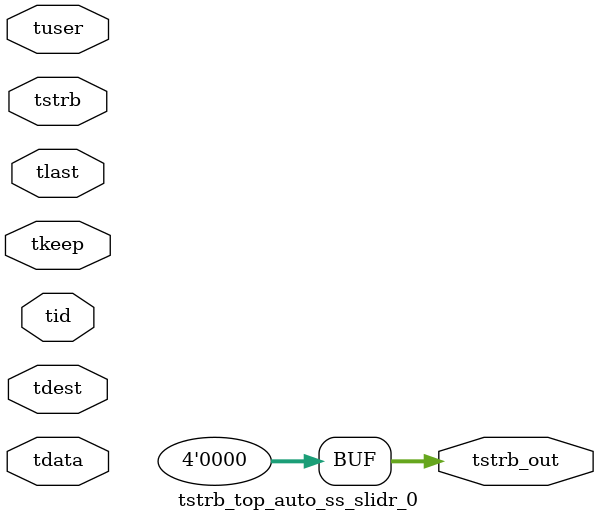
<source format=v>


`timescale 1ps/1ps

module tstrb_top_auto_ss_slidr_0 #
(
parameter C_S_AXIS_TDATA_WIDTH = 32,
parameter C_S_AXIS_TUSER_WIDTH = 0,
parameter C_S_AXIS_TID_WIDTH   = 0,
parameter C_S_AXIS_TDEST_WIDTH = 0,
parameter C_M_AXIS_TDATA_WIDTH = 32
)
(
input  [(C_S_AXIS_TDATA_WIDTH == 0 ? 1 : C_S_AXIS_TDATA_WIDTH)-1:0     ] tdata,
input  [(C_S_AXIS_TUSER_WIDTH == 0 ? 1 : C_S_AXIS_TUSER_WIDTH)-1:0     ] tuser,
input  [(C_S_AXIS_TID_WIDTH   == 0 ? 1 : C_S_AXIS_TID_WIDTH)-1:0       ] tid,
input  [(C_S_AXIS_TDEST_WIDTH == 0 ? 1 : C_S_AXIS_TDEST_WIDTH)-1:0     ] tdest,
input  [(C_S_AXIS_TDATA_WIDTH/8)-1:0 ] tkeep,
input  [(C_S_AXIS_TDATA_WIDTH/8)-1:0 ] tstrb,
input                                                                    tlast,
output [(C_M_AXIS_TDATA_WIDTH/8)-1:0 ] tstrb_out
);

assign tstrb_out = {1'b0};

endmodule


</source>
